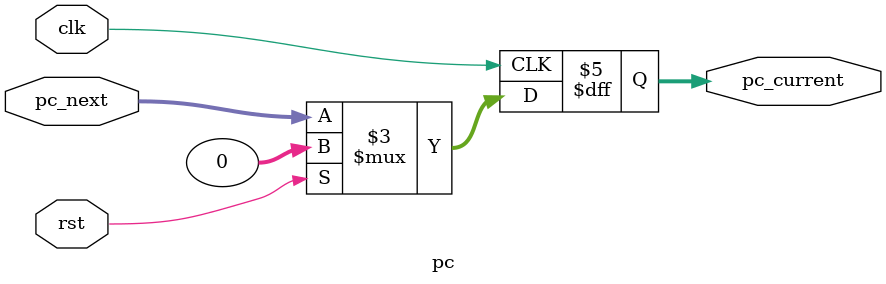
<source format=sv>


module pc#(parameter WIDTH = 32 //risc v uses 32 bit addresses 
)(
input logic clk,
input logic rst,
input logic[WIDTH-1:0] pc_next,
 output logic [WIDTH-1:0] pc_current  //current instruction address
);


always_ff@(posedge clk)begin
   if(rst) begin
   pc_current <= '0; //reset all the bits to 0
   end 
    else 
    begin
        pc_current <= pc_next; // uptdate with the next address
    end
          
    end


endmodule

</source>
